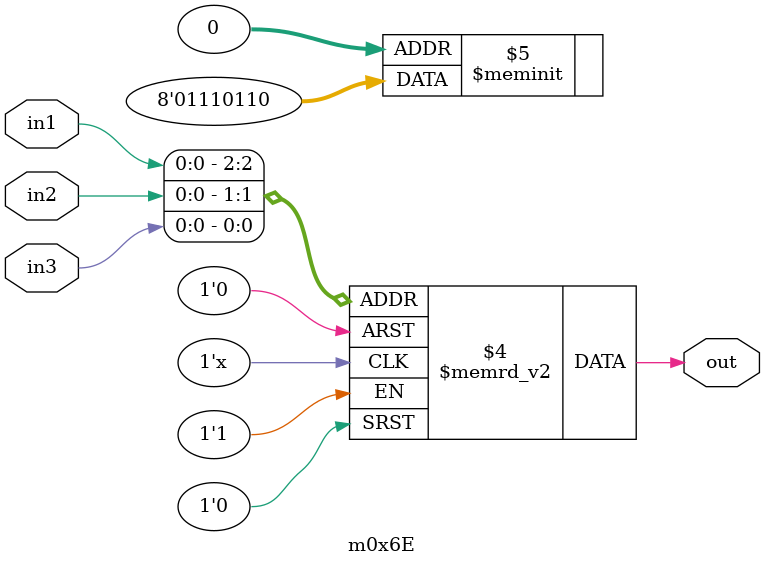
<source format=v>
module m0x6E(output out, input in1, in2, in3);

   always @(in1, in2, in3)
     begin
        case({in1, in2, in3})
          3'b000: {out} = 1'b0;
          3'b001: {out} = 1'b1;
          3'b010: {out} = 1'b1;
          3'b011: {out} = 1'b0;
          3'b100: {out} = 1'b1;
          3'b101: {out} = 1'b1;
          3'b110: {out} = 1'b1;
          3'b111: {out} = 1'b0;
        endcase // case ({in1, in2, in3})
     end // always @ (in1, in2, in3)

endmodule // m0x6E
</source>
